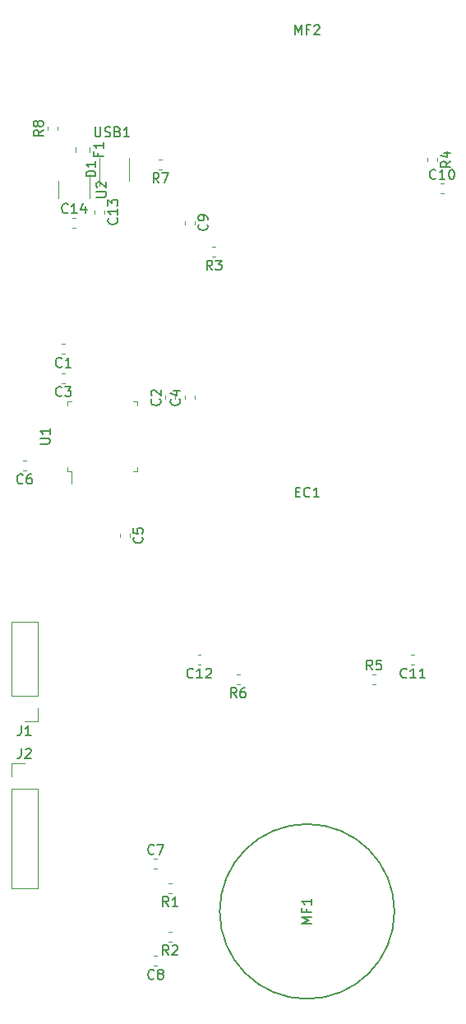
<source format=gto>
G04 #@! TF.GenerationSoftware,KiCad,Pcbnew,(5.1.2)-1*
G04 #@! TF.CreationDate,2019-06-29T11:53:21-07:00*
G04 #@! TF.ProjectId,joy,6a6f792e-6b69-4636-9164-5f7063625858,rev?*
G04 #@! TF.SameCoordinates,Original*
G04 #@! TF.FileFunction,Legend,Top*
G04 #@! TF.FilePolarity,Positive*
%FSLAX46Y46*%
G04 Gerber Fmt 4.6, Leading zero omitted, Abs format (unit mm)*
G04 Created by KiCad (PCBNEW (5.1.2)-1) date 2019-06-29 11:53:21*
%MOMM*%
%LPD*%
G04 APERTURE LIST*
%ADD10C,0.120000*%
%ADD11C,0.150000*%
G04 APERTURE END LIST*
D10*
X11190000Y-16737221D02*
X11190000Y-17062779D01*
X12210000Y-16737221D02*
X12210000Y-17062779D01*
X8162779Y-30490000D02*
X7837221Y-30490000D01*
X8162779Y-31510000D02*
X7837221Y-31510000D01*
X19510000Y-36162779D02*
X19510000Y-35837221D01*
X18490000Y-36162779D02*
X18490000Y-35837221D01*
X8162779Y-33490000D02*
X7837221Y-33490000D01*
X8162779Y-34510000D02*
X7837221Y-34510000D01*
X21510000Y-36162779D02*
X21510000Y-35837221D01*
X20490000Y-36162779D02*
X20490000Y-35837221D01*
X13790000Y-50037221D02*
X13790000Y-50362779D01*
X14810000Y-50037221D02*
X14810000Y-50362779D01*
X4162779Y-43510000D02*
X3837221Y-43510000D01*
X4162779Y-42490000D02*
X3837221Y-42490000D01*
X17337221Y-84510000D02*
X17662779Y-84510000D01*
X17337221Y-83490000D02*
X17662779Y-83490000D01*
X17662779Y-94510000D02*
X17337221Y-94510000D01*
X17662779Y-93490000D02*
X17337221Y-93490000D01*
X20490000Y-17837221D02*
X20490000Y-18162779D01*
X21510000Y-17837221D02*
X21510000Y-18162779D01*
X46837221Y-13990000D02*
X47162779Y-13990000D01*
X46837221Y-15010000D02*
X47162779Y-15010000D01*
X44162779Y-62490000D02*
X43837221Y-62490000D01*
X44162779Y-63510000D02*
X43837221Y-63510000D01*
X22162779Y-63510000D02*
X21837221Y-63510000D01*
X22162779Y-62490000D02*
X21837221Y-62490000D01*
X8937221Y-17490000D02*
X9262779Y-17490000D01*
X8937221Y-18510000D02*
X9262779Y-18510000D01*
X11700000Y-11300000D02*
X11700000Y-14250000D01*
X14800000Y-13700000D02*
X14800000Y-11300000D01*
X9290000Y-10203922D02*
X9290000Y-10721078D01*
X10710000Y-10203922D02*
X10710000Y-10721078D01*
X5330000Y-69330000D02*
X4000000Y-69330000D01*
X5330000Y-68000000D02*
X5330000Y-69330000D01*
X5330000Y-66730000D02*
X2670000Y-66730000D01*
X2670000Y-66730000D02*
X2670000Y-59050000D01*
X5330000Y-66730000D02*
X5330000Y-59050000D01*
X5330000Y-59050000D02*
X2670000Y-59050000D01*
D11*
X42100000Y-88900000D02*
G75*
G03X42100000Y-88900000I-9000000J0D01*
G01*
D10*
X19162779Y-85990000D02*
X18837221Y-85990000D01*
X19162779Y-87010000D02*
X18837221Y-87010000D01*
X19162779Y-92010000D02*
X18837221Y-92010000D01*
X19162779Y-90990000D02*
X18837221Y-90990000D01*
X23662779Y-20490000D02*
X23337221Y-20490000D01*
X23662779Y-21510000D02*
X23337221Y-21510000D01*
X46510000Y-11337221D02*
X46510000Y-11662779D01*
X45490000Y-11337221D02*
X45490000Y-11662779D01*
X39837221Y-65510000D02*
X40162779Y-65510000D01*
X39837221Y-64490000D02*
X40162779Y-64490000D01*
X26162779Y-65510000D02*
X25837221Y-65510000D01*
X26162779Y-64490000D02*
X25837221Y-64490000D01*
X18162779Y-12510000D02*
X17837221Y-12510000D01*
X18162779Y-11490000D02*
X17837221Y-11490000D01*
X7410000Y-8462779D02*
X7410000Y-8137221D01*
X6390000Y-8462779D02*
X6390000Y-8137221D01*
X8840000Y-43610000D02*
X8840000Y-44900000D01*
X8390000Y-43610000D02*
X8840000Y-43610000D01*
X8390000Y-43160000D02*
X8390000Y-43610000D01*
X8390000Y-36390000D02*
X8840000Y-36390000D01*
X8390000Y-36840000D02*
X8390000Y-36390000D01*
X15610000Y-43610000D02*
X15160000Y-43610000D01*
X15610000Y-43160000D02*
X15610000Y-43610000D01*
X15610000Y-36390000D02*
X15160000Y-36390000D01*
X15610000Y-36840000D02*
X15610000Y-36390000D01*
X10660000Y-15500000D02*
X10660000Y-13050000D01*
X7440000Y-13700000D02*
X7440000Y-15500000D01*
X2670000Y-73670000D02*
X4000000Y-73670000D01*
X2670000Y-75000000D02*
X2670000Y-73670000D01*
X2670000Y-76270000D02*
X5330000Y-76270000D01*
X5330000Y-76270000D02*
X5330000Y-86490000D01*
X2670000Y-76270000D02*
X2670000Y-86490000D01*
X2670000Y-86490000D02*
X5330000Y-86490000D01*
D11*
X13487142Y-17542857D02*
X13534761Y-17590476D01*
X13582380Y-17733333D01*
X13582380Y-17828571D01*
X13534761Y-17971428D01*
X13439523Y-18066666D01*
X13344285Y-18114285D01*
X13153809Y-18161904D01*
X13010952Y-18161904D01*
X12820476Y-18114285D01*
X12725238Y-18066666D01*
X12630000Y-17971428D01*
X12582380Y-17828571D01*
X12582380Y-17733333D01*
X12630000Y-17590476D01*
X12677619Y-17542857D01*
X13582380Y-16590476D02*
X13582380Y-17161904D01*
X13582380Y-16876190D02*
X12582380Y-16876190D01*
X12725238Y-16971428D01*
X12820476Y-17066666D01*
X12868095Y-17161904D01*
X12582380Y-16257142D02*
X12582380Y-15638095D01*
X12963333Y-15971428D01*
X12963333Y-15828571D01*
X13010952Y-15733333D01*
X13058571Y-15685714D01*
X13153809Y-15638095D01*
X13391904Y-15638095D01*
X13487142Y-15685714D01*
X13534761Y-15733333D01*
X13582380Y-15828571D01*
X13582380Y-16114285D01*
X13534761Y-16209523D01*
X13487142Y-16257142D01*
X7833333Y-32787142D02*
X7785714Y-32834761D01*
X7642857Y-32882380D01*
X7547619Y-32882380D01*
X7404761Y-32834761D01*
X7309523Y-32739523D01*
X7261904Y-32644285D01*
X7214285Y-32453809D01*
X7214285Y-32310952D01*
X7261904Y-32120476D01*
X7309523Y-32025238D01*
X7404761Y-31930000D01*
X7547619Y-31882380D01*
X7642857Y-31882380D01*
X7785714Y-31930000D01*
X7833333Y-31977619D01*
X8785714Y-32882380D02*
X8214285Y-32882380D01*
X8500000Y-32882380D02*
X8500000Y-31882380D01*
X8404761Y-32025238D01*
X8309523Y-32120476D01*
X8214285Y-32168095D01*
X17927142Y-36166666D02*
X17974761Y-36214285D01*
X18022380Y-36357142D01*
X18022380Y-36452380D01*
X17974761Y-36595238D01*
X17879523Y-36690476D01*
X17784285Y-36738095D01*
X17593809Y-36785714D01*
X17450952Y-36785714D01*
X17260476Y-36738095D01*
X17165238Y-36690476D01*
X17070000Y-36595238D01*
X17022380Y-36452380D01*
X17022380Y-36357142D01*
X17070000Y-36214285D01*
X17117619Y-36166666D01*
X17117619Y-35785714D02*
X17070000Y-35738095D01*
X17022380Y-35642857D01*
X17022380Y-35404761D01*
X17070000Y-35309523D01*
X17117619Y-35261904D01*
X17212857Y-35214285D01*
X17308095Y-35214285D01*
X17450952Y-35261904D01*
X18022380Y-35833333D01*
X18022380Y-35214285D01*
X7833333Y-35787142D02*
X7785714Y-35834761D01*
X7642857Y-35882380D01*
X7547619Y-35882380D01*
X7404761Y-35834761D01*
X7309523Y-35739523D01*
X7261904Y-35644285D01*
X7214285Y-35453809D01*
X7214285Y-35310952D01*
X7261904Y-35120476D01*
X7309523Y-35025238D01*
X7404761Y-34930000D01*
X7547619Y-34882380D01*
X7642857Y-34882380D01*
X7785714Y-34930000D01*
X7833333Y-34977619D01*
X8166666Y-34882380D02*
X8785714Y-34882380D01*
X8452380Y-35263333D01*
X8595238Y-35263333D01*
X8690476Y-35310952D01*
X8738095Y-35358571D01*
X8785714Y-35453809D01*
X8785714Y-35691904D01*
X8738095Y-35787142D01*
X8690476Y-35834761D01*
X8595238Y-35882380D01*
X8309523Y-35882380D01*
X8214285Y-35834761D01*
X8166666Y-35787142D01*
X19927142Y-36166666D02*
X19974761Y-36214285D01*
X20022380Y-36357142D01*
X20022380Y-36452380D01*
X19974761Y-36595238D01*
X19879523Y-36690476D01*
X19784285Y-36738095D01*
X19593809Y-36785714D01*
X19450952Y-36785714D01*
X19260476Y-36738095D01*
X19165238Y-36690476D01*
X19070000Y-36595238D01*
X19022380Y-36452380D01*
X19022380Y-36357142D01*
X19070000Y-36214285D01*
X19117619Y-36166666D01*
X19355714Y-35309523D02*
X20022380Y-35309523D01*
X18974761Y-35547619D02*
X19689047Y-35785714D01*
X19689047Y-35166666D01*
X16087142Y-50366666D02*
X16134761Y-50414285D01*
X16182380Y-50557142D01*
X16182380Y-50652380D01*
X16134761Y-50795238D01*
X16039523Y-50890476D01*
X15944285Y-50938095D01*
X15753809Y-50985714D01*
X15610952Y-50985714D01*
X15420476Y-50938095D01*
X15325238Y-50890476D01*
X15230000Y-50795238D01*
X15182380Y-50652380D01*
X15182380Y-50557142D01*
X15230000Y-50414285D01*
X15277619Y-50366666D01*
X15182380Y-49461904D02*
X15182380Y-49938095D01*
X15658571Y-49985714D01*
X15610952Y-49938095D01*
X15563333Y-49842857D01*
X15563333Y-49604761D01*
X15610952Y-49509523D01*
X15658571Y-49461904D01*
X15753809Y-49414285D01*
X15991904Y-49414285D01*
X16087142Y-49461904D01*
X16134761Y-49509523D01*
X16182380Y-49604761D01*
X16182380Y-49842857D01*
X16134761Y-49938095D01*
X16087142Y-49985714D01*
X3833333Y-44787142D02*
X3785714Y-44834761D01*
X3642857Y-44882380D01*
X3547619Y-44882380D01*
X3404761Y-44834761D01*
X3309523Y-44739523D01*
X3261904Y-44644285D01*
X3214285Y-44453809D01*
X3214285Y-44310952D01*
X3261904Y-44120476D01*
X3309523Y-44025238D01*
X3404761Y-43930000D01*
X3547619Y-43882380D01*
X3642857Y-43882380D01*
X3785714Y-43930000D01*
X3833333Y-43977619D01*
X4690476Y-43882380D02*
X4500000Y-43882380D01*
X4404761Y-43930000D01*
X4357142Y-43977619D01*
X4261904Y-44120476D01*
X4214285Y-44310952D01*
X4214285Y-44691904D01*
X4261904Y-44787142D01*
X4309523Y-44834761D01*
X4404761Y-44882380D01*
X4595238Y-44882380D01*
X4690476Y-44834761D01*
X4738095Y-44787142D01*
X4785714Y-44691904D01*
X4785714Y-44453809D01*
X4738095Y-44358571D01*
X4690476Y-44310952D01*
X4595238Y-44263333D01*
X4404761Y-44263333D01*
X4309523Y-44310952D01*
X4261904Y-44358571D01*
X4214285Y-44453809D01*
X17333333Y-82927142D02*
X17285714Y-82974761D01*
X17142857Y-83022380D01*
X17047619Y-83022380D01*
X16904761Y-82974761D01*
X16809523Y-82879523D01*
X16761904Y-82784285D01*
X16714285Y-82593809D01*
X16714285Y-82450952D01*
X16761904Y-82260476D01*
X16809523Y-82165238D01*
X16904761Y-82070000D01*
X17047619Y-82022380D01*
X17142857Y-82022380D01*
X17285714Y-82070000D01*
X17333333Y-82117619D01*
X17666666Y-82022380D02*
X18333333Y-82022380D01*
X17904761Y-83022380D01*
X17333333Y-95787142D02*
X17285714Y-95834761D01*
X17142857Y-95882380D01*
X17047619Y-95882380D01*
X16904761Y-95834761D01*
X16809523Y-95739523D01*
X16761904Y-95644285D01*
X16714285Y-95453809D01*
X16714285Y-95310952D01*
X16761904Y-95120476D01*
X16809523Y-95025238D01*
X16904761Y-94930000D01*
X17047619Y-94882380D01*
X17142857Y-94882380D01*
X17285714Y-94930000D01*
X17333333Y-94977619D01*
X17904761Y-95310952D02*
X17809523Y-95263333D01*
X17761904Y-95215714D01*
X17714285Y-95120476D01*
X17714285Y-95072857D01*
X17761904Y-94977619D01*
X17809523Y-94930000D01*
X17904761Y-94882380D01*
X18095238Y-94882380D01*
X18190476Y-94930000D01*
X18238095Y-94977619D01*
X18285714Y-95072857D01*
X18285714Y-95120476D01*
X18238095Y-95215714D01*
X18190476Y-95263333D01*
X18095238Y-95310952D01*
X17904761Y-95310952D01*
X17809523Y-95358571D01*
X17761904Y-95406190D01*
X17714285Y-95501428D01*
X17714285Y-95691904D01*
X17761904Y-95787142D01*
X17809523Y-95834761D01*
X17904761Y-95882380D01*
X18095238Y-95882380D01*
X18190476Y-95834761D01*
X18238095Y-95787142D01*
X18285714Y-95691904D01*
X18285714Y-95501428D01*
X18238095Y-95406190D01*
X18190476Y-95358571D01*
X18095238Y-95310952D01*
X22787142Y-18166666D02*
X22834761Y-18214285D01*
X22882380Y-18357142D01*
X22882380Y-18452380D01*
X22834761Y-18595238D01*
X22739523Y-18690476D01*
X22644285Y-18738095D01*
X22453809Y-18785714D01*
X22310952Y-18785714D01*
X22120476Y-18738095D01*
X22025238Y-18690476D01*
X21930000Y-18595238D01*
X21882380Y-18452380D01*
X21882380Y-18357142D01*
X21930000Y-18214285D01*
X21977619Y-18166666D01*
X22882380Y-17690476D02*
X22882380Y-17500000D01*
X22834761Y-17404761D01*
X22787142Y-17357142D01*
X22644285Y-17261904D01*
X22453809Y-17214285D01*
X22072857Y-17214285D01*
X21977619Y-17261904D01*
X21930000Y-17309523D01*
X21882380Y-17404761D01*
X21882380Y-17595238D01*
X21930000Y-17690476D01*
X21977619Y-17738095D01*
X22072857Y-17785714D01*
X22310952Y-17785714D01*
X22406190Y-17738095D01*
X22453809Y-17690476D01*
X22501428Y-17595238D01*
X22501428Y-17404761D01*
X22453809Y-17309523D01*
X22406190Y-17261904D01*
X22310952Y-17214285D01*
X46357142Y-13427142D02*
X46309523Y-13474761D01*
X46166666Y-13522380D01*
X46071428Y-13522380D01*
X45928571Y-13474761D01*
X45833333Y-13379523D01*
X45785714Y-13284285D01*
X45738095Y-13093809D01*
X45738095Y-12950952D01*
X45785714Y-12760476D01*
X45833333Y-12665238D01*
X45928571Y-12570000D01*
X46071428Y-12522380D01*
X46166666Y-12522380D01*
X46309523Y-12570000D01*
X46357142Y-12617619D01*
X47309523Y-13522380D02*
X46738095Y-13522380D01*
X47023809Y-13522380D02*
X47023809Y-12522380D01*
X46928571Y-12665238D01*
X46833333Y-12760476D01*
X46738095Y-12808095D01*
X47928571Y-12522380D02*
X48023809Y-12522380D01*
X48119047Y-12570000D01*
X48166666Y-12617619D01*
X48214285Y-12712857D01*
X48261904Y-12903333D01*
X48261904Y-13141428D01*
X48214285Y-13331904D01*
X48166666Y-13427142D01*
X48119047Y-13474761D01*
X48023809Y-13522380D01*
X47928571Y-13522380D01*
X47833333Y-13474761D01*
X47785714Y-13427142D01*
X47738095Y-13331904D01*
X47690476Y-13141428D01*
X47690476Y-12903333D01*
X47738095Y-12712857D01*
X47785714Y-12617619D01*
X47833333Y-12570000D01*
X47928571Y-12522380D01*
X43357142Y-64787142D02*
X43309523Y-64834761D01*
X43166666Y-64882380D01*
X43071428Y-64882380D01*
X42928571Y-64834761D01*
X42833333Y-64739523D01*
X42785714Y-64644285D01*
X42738095Y-64453809D01*
X42738095Y-64310952D01*
X42785714Y-64120476D01*
X42833333Y-64025238D01*
X42928571Y-63930000D01*
X43071428Y-63882380D01*
X43166666Y-63882380D01*
X43309523Y-63930000D01*
X43357142Y-63977619D01*
X44309523Y-64882380D02*
X43738095Y-64882380D01*
X44023809Y-64882380D02*
X44023809Y-63882380D01*
X43928571Y-64025238D01*
X43833333Y-64120476D01*
X43738095Y-64168095D01*
X45261904Y-64882380D02*
X44690476Y-64882380D01*
X44976190Y-64882380D02*
X44976190Y-63882380D01*
X44880952Y-64025238D01*
X44785714Y-64120476D01*
X44690476Y-64168095D01*
X21357142Y-64787142D02*
X21309523Y-64834761D01*
X21166666Y-64882380D01*
X21071428Y-64882380D01*
X20928571Y-64834761D01*
X20833333Y-64739523D01*
X20785714Y-64644285D01*
X20738095Y-64453809D01*
X20738095Y-64310952D01*
X20785714Y-64120476D01*
X20833333Y-64025238D01*
X20928571Y-63930000D01*
X21071428Y-63882380D01*
X21166666Y-63882380D01*
X21309523Y-63930000D01*
X21357142Y-63977619D01*
X22309523Y-64882380D02*
X21738095Y-64882380D01*
X22023809Y-64882380D02*
X22023809Y-63882380D01*
X21928571Y-64025238D01*
X21833333Y-64120476D01*
X21738095Y-64168095D01*
X22690476Y-63977619D02*
X22738095Y-63930000D01*
X22833333Y-63882380D01*
X23071428Y-63882380D01*
X23166666Y-63930000D01*
X23214285Y-63977619D01*
X23261904Y-64072857D01*
X23261904Y-64168095D01*
X23214285Y-64310952D01*
X22642857Y-64882380D01*
X23261904Y-64882380D01*
X8457142Y-16927142D02*
X8409523Y-16974761D01*
X8266666Y-17022380D01*
X8171428Y-17022380D01*
X8028571Y-16974761D01*
X7933333Y-16879523D01*
X7885714Y-16784285D01*
X7838095Y-16593809D01*
X7838095Y-16450952D01*
X7885714Y-16260476D01*
X7933333Y-16165238D01*
X8028571Y-16070000D01*
X8171428Y-16022380D01*
X8266666Y-16022380D01*
X8409523Y-16070000D01*
X8457142Y-16117619D01*
X9409523Y-17022380D02*
X8838095Y-17022380D01*
X9123809Y-17022380D02*
X9123809Y-16022380D01*
X9028571Y-16165238D01*
X8933333Y-16260476D01*
X8838095Y-16308095D01*
X10266666Y-16355714D02*
X10266666Y-17022380D01*
X10028571Y-15974761D02*
X9790476Y-16689047D01*
X10409523Y-16689047D01*
X11322380Y-13218095D02*
X10322380Y-13218095D01*
X10322380Y-12980000D01*
X10370000Y-12837142D01*
X10465238Y-12741904D01*
X10560476Y-12694285D01*
X10750952Y-12646666D01*
X10893809Y-12646666D01*
X11084285Y-12694285D01*
X11179523Y-12741904D01*
X11274761Y-12837142D01*
X11322380Y-12980000D01*
X11322380Y-13218095D01*
X11322380Y-11694285D02*
X11322380Y-12265714D01*
X11322380Y-11980000D02*
X10322380Y-11980000D01*
X10465238Y-12075238D01*
X10560476Y-12170476D01*
X10608095Y-12265714D01*
X31909523Y-45728571D02*
X32242857Y-45728571D01*
X32385714Y-46252380D02*
X31909523Y-46252380D01*
X31909523Y-45252380D01*
X32385714Y-45252380D01*
X33385714Y-46157142D02*
X33338095Y-46204761D01*
X33195238Y-46252380D01*
X33100000Y-46252380D01*
X32957142Y-46204761D01*
X32861904Y-46109523D01*
X32814285Y-46014285D01*
X32766666Y-45823809D01*
X32766666Y-45680952D01*
X32814285Y-45490476D01*
X32861904Y-45395238D01*
X32957142Y-45300000D01*
X33100000Y-45252380D01*
X33195238Y-45252380D01*
X33338095Y-45300000D01*
X33385714Y-45347619D01*
X34338095Y-46252380D02*
X33766666Y-46252380D01*
X34052380Y-46252380D02*
X34052380Y-45252380D01*
X33957142Y-45395238D01*
X33861904Y-45490476D01*
X33766666Y-45538095D01*
X11578571Y-10795833D02*
X11578571Y-11129166D01*
X12102380Y-11129166D02*
X11102380Y-11129166D01*
X11102380Y-10652976D01*
X12102380Y-9748214D02*
X12102380Y-10319642D01*
X12102380Y-10033928D02*
X11102380Y-10033928D01*
X11245238Y-10129166D01*
X11340476Y-10224404D01*
X11388095Y-10319642D01*
X3666666Y-69782380D02*
X3666666Y-70496666D01*
X3619047Y-70639523D01*
X3523809Y-70734761D01*
X3380952Y-70782380D01*
X3285714Y-70782380D01*
X4666666Y-70782380D02*
X4095238Y-70782380D01*
X4380952Y-70782380D02*
X4380952Y-69782380D01*
X4285714Y-69925238D01*
X4190476Y-70020476D01*
X4095238Y-70068095D01*
X33552380Y-90138095D02*
X32552380Y-90138095D01*
X33266666Y-89804761D01*
X32552380Y-89471428D01*
X33552380Y-89471428D01*
X33028571Y-88661904D02*
X33028571Y-88995238D01*
X33552380Y-88995238D02*
X32552380Y-88995238D01*
X32552380Y-88519047D01*
X33552380Y-87614285D02*
X33552380Y-88185714D01*
X33552380Y-87900000D02*
X32552380Y-87900000D01*
X32695238Y-87995238D01*
X32790476Y-88090476D01*
X32838095Y-88185714D01*
X31861904Y1347619D02*
X31861904Y2347619D01*
X32195238Y1633333D01*
X32528571Y2347619D01*
X32528571Y1347619D01*
X33338095Y1871428D02*
X33004761Y1871428D01*
X33004761Y1347619D02*
X33004761Y2347619D01*
X33480952Y2347619D01*
X33814285Y2252380D02*
X33861904Y2300000D01*
X33957142Y2347619D01*
X34195238Y2347619D01*
X34290476Y2300000D01*
X34338095Y2252380D01*
X34385714Y2157142D01*
X34385714Y2061904D01*
X34338095Y1919047D01*
X33766666Y1347619D01*
X34385714Y1347619D01*
X18833333Y-88382380D02*
X18500000Y-87906190D01*
X18261904Y-88382380D02*
X18261904Y-87382380D01*
X18642857Y-87382380D01*
X18738095Y-87430000D01*
X18785714Y-87477619D01*
X18833333Y-87572857D01*
X18833333Y-87715714D01*
X18785714Y-87810952D01*
X18738095Y-87858571D01*
X18642857Y-87906190D01*
X18261904Y-87906190D01*
X19785714Y-88382380D02*
X19214285Y-88382380D01*
X19500000Y-88382380D02*
X19500000Y-87382380D01*
X19404761Y-87525238D01*
X19309523Y-87620476D01*
X19214285Y-87668095D01*
X18833333Y-93382380D02*
X18500000Y-92906190D01*
X18261904Y-93382380D02*
X18261904Y-92382380D01*
X18642857Y-92382380D01*
X18738095Y-92430000D01*
X18785714Y-92477619D01*
X18833333Y-92572857D01*
X18833333Y-92715714D01*
X18785714Y-92810952D01*
X18738095Y-92858571D01*
X18642857Y-92906190D01*
X18261904Y-92906190D01*
X19214285Y-92477619D02*
X19261904Y-92430000D01*
X19357142Y-92382380D01*
X19595238Y-92382380D01*
X19690476Y-92430000D01*
X19738095Y-92477619D01*
X19785714Y-92572857D01*
X19785714Y-92668095D01*
X19738095Y-92810952D01*
X19166666Y-93382380D01*
X19785714Y-93382380D01*
X23333333Y-22882380D02*
X23000000Y-22406190D01*
X22761904Y-22882380D02*
X22761904Y-21882380D01*
X23142857Y-21882380D01*
X23238095Y-21930000D01*
X23285714Y-21977619D01*
X23333333Y-22072857D01*
X23333333Y-22215714D01*
X23285714Y-22310952D01*
X23238095Y-22358571D01*
X23142857Y-22406190D01*
X22761904Y-22406190D01*
X23666666Y-21882380D02*
X24285714Y-21882380D01*
X23952380Y-22263333D01*
X24095238Y-22263333D01*
X24190476Y-22310952D01*
X24238095Y-22358571D01*
X24285714Y-22453809D01*
X24285714Y-22691904D01*
X24238095Y-22787142D01*
X24190476Y-22834761D01*
X24095238Y-22882380D01*
X23809523Y-22882380D01*
X23714285Y-22834761D01*
X23666666Y-22787142D01*
X47882380Y-11666666D02*
X47406190Y-12000000D01*
X47882380Y-12238095D02*
X46882380Y-12238095D01*
X46882380Y-11857142D01*
X46930000Y-11761904D01*
X46977619Y-11714285D01*
X47072857Y-11666666D01*
X47215714Y-11666666D01*
X47310952Y-11714285D01*
X47358571Y-11761904D01*
X47406190Y-11857142D01*
X47406190Y-12238095D01*
X47215714Y-10809523D02*
X47882380Y-10809523D01*
X46834761Y-11047619D02*
X47549047Y-11285714D01*
X47549047Y-10666666D01*
X39833333Y-64022380D02*
X39500000Y-63546190D01*
X39261904Y-64022380D02*
X39261904Y-63022380D01*
X39642857Y-63022380D01*
X39738095Y-63070000D01*
X39785714Y-63117619D01*
X39833333Y-63212857D01*
X39833333Y-63355714D01*
X39785714Y-63450952D01*
X39738095Y-63498571D01*
X39642857Y-63546190D01*
X39261904Y-63546190D01*
X40738095Y-63022380D02*
X40261904Y-63022380D01*
X40214285Y-63498571D01*
X40261904Y-63450952D01*
X40357142Y-63403333D01*
X40595238Y-63403333D01*
X40690476Y-63450952D01*
X40738095Y-63498571D01*
X40785714Y-63593809D01*
X40785714Y-63831904D01*
X40738095Y-63927142D01*
X40690476Y-63974761D01*
X40595238Y-64022380D01*
X40357142Y-64022380D01*
X40261904Y-63974761D01*
X40214285Y-63927142D01*
X25833333Y-66882380D02*
X25500000Y-66406190D01*
X25261904Y-66882380D02*
X25261904Y-65882380D01*
X25642857Y-65882380D01*
X25738095Y-65930000D01*
X25785714Y-65977619D01*
X25833333Y-66072857D01*
X25833333Y-66215714D01*
X25785714Y-66310952D01*
X25738095Y-66358571D01*
X25642857Y-66406190D01*
X25261904Y-66406190D01*
X26690476Y-65882380D02*
X26500000Y-65882380D01*
X26404761Y-65930000D01*
X26357142Y-65977619D01*
X26261904Y-66120476D01*
X26214285Y-66310952D01*
X26214285Y-66691904D01*
X26261904Y-66787142D01*
X26309523Y-66834761D01*
X26404761Y-66882380D01*
X26595238Y-66882380D01*
X26690476Y-66834761D01*
X26738095Y-66787142D01*
X26785714Y-66691904D01*
X26785714Y-66453809D01*
X26738095Y-66358571D01*
X26690476Y-66310952D01*
X26595238Y-66263333D01*
X26404761Y-66263333D01*
X26309523Y-66310952D01*
X26261904Y-66358571D01*
X26214285Y-66453809D01*
X17833333Y-13882380D02*
X17500000Y-13406190D01*
X17261904Y-13882380D02*
X17261904Y-12882380D01*
X17642857Y-12882380D01*
X17738095Y-12930000D01*
X17785714Y-12977619D01*
X17833333Y-13072857D01*
X17833333Y-13215714D01*
X17785714Y-13310952D01*
X17738095Y-13358571D01*
X17642857Y-13406190D01*
X17261904Y-13406190D01*
X18166666Y-12882380D02*
X18833333Y-12882380D01*
X18404761Y-13882380D01*
X5922380Y-8466666D02*
X5446190Y-8800000D01*
X5922380Y-9038095D02*
X4922380Y-9038095D01*
X4922380Y-8657142D01*
X4970000Y-8561904D01*
X5017619Y-8514285D01*
X5112857Y-8466666D01*
X5255714Y-8466666D01*
X5350952Y-8514285D01*
X5398571Y-8561904D01*
X5446190Y-8657142D01*
X5446190Y-9038095D01*
X5350952Y-7895238D02*
X5303333Y-7990476D01*
X5255714Y-8038095D01*
X5160476Y-8085714D01*
X5112857Y-8085714D01*
X5017619Y-8038095D01*
X4970000Y-7990476D01*
X4922380Y-7895238D01*
X4922380Y-7704761D01*
X4970000Y-7609523D01*
X5017619Y-7561904D01*
X5112857Y-7514285D01*
X5160476Y-7514285D01*
X5255714Y-7561904D01*
X5303333Y-7609523D01*
X5350952Y-7704761D01*
X5350952Y-7895238D01*
X5398571Y-7990476D01*
X5446190Y-8038095D01*
X5541428Y-8085714D01*
X5731904Y-8085714D01*
X5827142Y-8038095D01*
X5874761Y-7990476D01*
X5922380Y-7895238D01*
X5922380Y-7704761D01*
X5874761Y-7609523D01*
X5827142Y-7561904D01*
X5731904Y-7514285D01*
X5541428Y-7514285D01*
X5446190Y-7561904D01*
X5398571Y-7609523D01*
X5350952Y-7704761D01*
X5602380Y-40761904D02*
X6411904Y-40761904D01*
X6507142Y-40714285D01*
X6554761Y-40666666D01*
X6602380Y-40571428D01*
X6602380Y-40380952D01*
X6554761Y-40285714D01*
X6507142Y-40238095D01*
X6411904Y-40190476D01*
X5602380Y-40190476D01*
X6602380Y-39190476D02*
X6602380Y-39761904D01*
X6602380Y-39476190D02*
X5602380Y-39476190D01*
X5745238Y-39571428D01*
X5840476Y-39666666D01*
X5888095Y-39761904D01*
X11402380Y-15361904D02*
X12211904Y-15361904D01*
X12307142Y-15314285D01*
X12354761Y-15266666D01*
X12402380Y-15171428D01*
X12402380Y-14980952D01*
X12354761Y-14885714D01*
X12307142Y-14838095D01*
X12211904Y-14790476D01*
X11402380Y-14790476D01*
X11497619Y-14361904D02*
X11450000Y-14314285D01*
X11402380Y-14219047D01*
X11402380Y-13980952D01*
X11450000Y-13885714D01*
X11497619Y-13838095D01*
X11592857Y-13790476D01*
X11688095Y-13790476D01*
X11830952Y-13838095D01*
X12402380Y-14409523D01*
X12402380Y-13790476D01*
X11261904Y-8152380D02*
X11261904Y-8961904D01*
X11309523Y-9057142D01*
X11357142Y-9104761D01*
X11452380Y-9152380D01*
X11642857Y-9152380D01*
X11738095Y-9104761D01*
X11785714Y-9057142D01*
X11833333Y-8961904D01*
X11833333Y-8152380D01*
X12261904Y-9104761D02*
X12404761Y-9152380D01*
X12642857Y-9152380D01*
X12738095Y-9104761D01*
X12785714Y-9057142D01*
X12833333Y-8961904D01*
X12833333Y-8866666D01*
X12785714Y-8771428D01*
X12738095Y-8723809D01*
X12642857Y-8676190D01*
X12452380Y-8628571D01*
X12357142Y-8580952D01*
X12309523Y-8533333D01*
X12261904Y-8438095D01*
X12261904Y-8342857D01*
X12309523Y-8247619D01*
X12357142Y-8200000D01*
X12452380Y-8152380D01*
X12690476Y-8152380D01*
X12833333Y-8200000D01*
X13595238Y-8628571D02*
X13738095Y-8676190D01*
X13785714Y-8723809D01*
X13833333Y-8819047D01*
X13833333Y-8961904D01*
X13785714Y-9057142D01*
X13738095Y-9104761D01*
X13642857Y-9152380D01*
X13261904Y-9152380D01*
X13261904Y-8152380D01*
X13595238Y-8152380D01*
X13690476Y-8200000D01*
X13738095Y-8247619D01*
X13785714Y-8342857D01*
X13785714Y-8438095D01*
X13738095Y-8533333D01*
X13690476Y-8580952D01*
X13595238Y-8628571D01*
X13261904Y-8628571D01*
X14785714Y-9152380D02*
X14214285Y-9152380D01*
X14500000Y-9152380D02*
X14500000Y-8152380D01*
X14404761Y-8295238D01*
X14309523Y-8390476D01*
X14214285Y-8438095D01*
X3666666Y-72122380D02*
X3666666Y-72836666D01*
X3619047Y-72979523D01*
X3523809Y-73074761D01*
X3380952Y-73122380D01*
X3285714Y-73122380D01*
X4095238Y-72217619D02*
X4142857Y-72170000D01*
X4238095Y-72122380D01*
X4476190Y-72122380D01*
X4571428Y-72170000D01*
X4619047Y-72217619D01*
X4666666Y-72312857D01*
X4666666Y-72408095D01*
X4619047Y-72550952D01*
X4047619Y-73122380D01*
X4666666Y-73122380D01*
M02*

</source>
